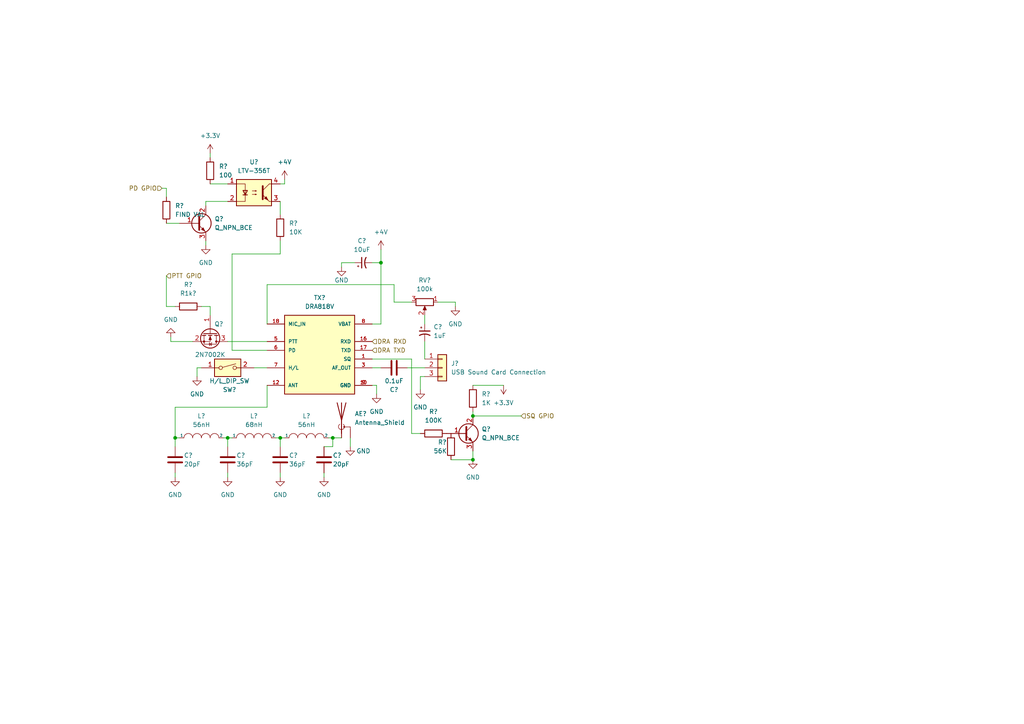
<source format=kicad_sch>
(kicad_sch (version 20211123) (generator eeschema)
  (paper "A4")
  (lib_symbols
    (symbol "Connector_Generic:Conn_01x03" (pin_names (offset 1.016) hide)
      (property "Reference" "J" (at 0 5.08 0))
      (property "Value" "Conn_01x03" (at 0 -5.08 0))
      (symbol "Conn_01x03_1_1"
        (rectangle (start -1.27 -2.413) (end 0 -2.667) (stroke (width 0.1524)))
        (rectangle (start -1.27 0.127) (end 0 -0.127) (stroke (width 0.1524)))
        (rectangle (start -1.27 2.667) (end 0 2.413) (stroke (width 0.1524)))
        (rectangle (start -1.27 3.81) (end 1.27 -3.81) (stroke (width 0.254)) (fill (type background)))
        (pin passive line (at -5.08 2.54 0) (length 3.81) (name "Pin_1") (number "1"))
        (pin passive line (at -5.08 0 0) (length 3.81) (name "Pin_2") (number "2"))
        (pin passive line (at -5.08 -2.54 0) (length 3.81) (name "Pin_3") (number "3"))
      )
    )
    (symbol "DRA818V:DRA818V" (pin_names (offset 1.016))
      (property "Reference" "U" (at -10.1661 13.2159 0))
      (property "Value" "DRA818V" (at -10.1663 -12.7078 0))
      (symbol "DRA818V_0_0"
        (rectangle (start -10.16 -10.16) (end 10.16 12.7) (stroke (width 0.254)) (fill (type background)))
        (pin output line (at 15.24 0 180) (length 5.08) (name "SQ") (number "1"))
        (pin power_in line (at 15.24 -7.62 180) (length 5.08) (name "GND") (number "10"))
        (pin passive line (at -15.24 -7.62 0) (length 5.08) (name "ANT") (number "12"))
        (pin input line (at 15.24 5.08 180) (length 5.08) (name "RXD") (number "16"))
        (pin output line (at 15.24 2.54 180) (length 5.08) (name "TXD") (number "17"))
        (pin input line (at -15.24 10.16 0) (length 5.08) (name "MIC_IN") (number "18"))
        (pin output line (at 15.24 -2.54 180) (length 5.08) (name "AF_OUT") (number "3"))
        (pin input line (at -15.24 5.08 0) (length 5.08) (name "PTT") (number "5"))
        (pin input line (at -15.24 2.54 0) (length 5.08) (name "PD") (number "6"))
        (pin input line (at -15.24 -2.54 0) (length 5.08) (name "H/L") (number "7"))
        (pin power_in line (at 15.24 10.16 180) (length 5.08) (name "VBAT") (number "8"))
        (pin power_in line (at 15.24 -7.62 180) (length 5.08) (name "GND") (number "9"))
      )
    )
    (symbol "Device:Antenna_Shield" (pin_numbers hide) (pin_names (offset 1.016) hide)
      (property "Reference" "AE" (at -1.905 4.445 0))
      (property "Value" "Antenna_Shield" (at -1.905 2.54 0))
      (symbol "Antenna_Shield_0_1"
        (arc (start -0.508 -1.143) (mid -0.8429 -2.1194) (end 0 -2.667))
        (arc (start 0 -2.667) (mid 0.7989 -2.1052) (end 0.508 -1.143))
        (polyline (pts (xy 0 -2.54) (xy 0 0)))
        (polyline (pts (xy 0 5.08) (xy 0 -3.81)) (stroke (width 0.254)))
        (polyline (pts (xy 0.762 -1.905) (xy 2.54 -1.905)))
        (polyline (pts (xy 2.54 -2.54) (xy 2.54 -1.905)))
        (polyline (pts (xy 1.27 5.08) (xy 0 0) (xy -1.27 5.08)) (stroke (width 0.254)))
        (circle (center 0.762 -1.905) (radius 0.1778) (fill (type outline)))
      )
      (symbol "Antenna_Shield_1_1"
        (pin input line (at 0 -5.08 90) (length 2.54) (name "A") (number "1"))
        (pin input line (at 2.54 -5.08 90) (length 2.54) (name "Shield") (number "2"))
      )
    )
    (symbol "Device:C" (pin_numbers hide) (pin_names (offset 0.254))
      (property "Reference" "C" (at 0.635 2.54 0))
      (property "Value" "C" (at 0.635 -2.54 0))
      (symbol "C_0_1"
        (polyline (pts (xy -2.032 -0.762) (xy 2.032 -0.762)) (stroke (width 0.508)))
        (polyline (pts (xy -2.032 0.762) (xy 2.032 0.762)) (stroke (width 0.508)))
      )
      (symbol "C_1_1"
        (pin passive line (at 0 3.81 270) (length 2.794) (name "~") (number "1"))
        (pin passive line (at 0 -3.81 90) (length 2.794) (name "~") (number "2"))
      )
    )
    (symbol "Device:C_Polarized_Small_US" (pin_numbers hide) (pin_names (offset 0.254) hide)
      (property "Reference" "C" (at 0.254 1.778 0))
      (property "Value" "C_Polarized_Small_US" (at 0.254 -2.032 0))
      (symbol "C_Polarized_Small_US_0_1"
        (polyline (pts (xy -1.524 0.508) (xy 1.524 0.508)) (stroke (width 0.3048)))
        (polyline (pts (xy -1.27 1.524) (xy -0.762 1.524)))
        (polyline (pts (xy -1.016 1.27) (xy -1.016 1.778)))
        (arc (start 1.524 -0.762) (mid 0 -0.3734) (end -1.524 -0.762) (stroke (width 0.3048)))
      )
      (symbol "C_Polarized_Small_US_1_1"
        (pin passive line (at 0 2.54 270) (length 2.032) (name "~") (number "1"))
        (pin passive line (at 0 -2.54 90) (length 2.032) (name "~") (number "2"))
      )
    )
    (symbol "Device:Q_NPN_BCE" (pin_names (offset 0) hide)
      (property "Reference" "Q" (at 5.08 1.27 0))
      (property "Value" "Q_NPN_BCE" (at 5.08 -1.27 0))
      (symbol "Q_NPN_BCE_0_1"
        (polyline (pts (xy 0.635 0.635) (xy 2.54 2.54)))
        (polyline (pts (xy 0.635 -0.635) (xy 2.54 -2.54) (xy 2.54 -2.54)))
        (polyline (pts (xy 0.635 1.905) (xy 0.635 -1.905) (xy 0.635 -1.905)) (stroke (width 0.508)))
        (polyline (pts (xy 1.27 -1.778) (xy 1.778 -1.27) (xy 2.286 -2.286) (xy 1.27 -1.778) (xy 1.27 -1.778)) (fill (type outline)))
        (circle (center 1.27 0) (radius 2.8194) (stroke (width 0.254)))
      )
      (symbol "Q_NPN_BCE_1_1"
        (pin input line (at -5.08 0 0) (length 5.715) (name "B") (number "1"))
        (pin passive line (at 2.54 5.08 270) (length 2.54) (name "C") (number "2"))
        (pin passive line (at 2.54 -5.08 90) (length 2.54) (name "E") (number "3"))
      )
    )
    (symbol "Device:R" (pin_numbers hide) (pin_names (offset 0))
      (property "Reference" "R" (at 2.032 0 90))
      (property "Value" "R" (at 0 0 90))
      (symbol "R_0_1"
        (rectangle (start -1.016 -2.54) (end 1.016 2.54) (stroke (width 0.254)))
      )
      (symbol "R_1_1"
        (pin passive line (at 0 3.81 270) (length 1.27) (name "~") (number "1"))
        (pin passive line (at 0 -3.81 90) (length 1.27) (name "~") (number "2"))
      )
    )
    (symbol "Device:R_Potentiometer" (pin_names (offset 1.016) hide)
      (property "Reference" "RV" (at -4.445 0 90))
      (property "Value" "R_Potentiometer" (at -2.54 0 90))
      (symbol "R_Potentiometer_0_1"
        (polyline (pts (xy 2.54 0) (xy 1.524 0)))
        (polyline (pts (xy 1.143 0) (xy 2.286 0.508) (xy 2.286 -0.508) (xy 1.143 0)) (fill (type outline)))
        (rectangle (start 1.016 2.54) (end -1.016 -2.54) (stroke (width 0.254)))
      )
      (symbol "R_Potentiometer_1_1"
        (pin passive line (at 0 3.81 270) (length 1.27) (name "1") (number "1"))
        (pin passive line (at 3.81 0 180) (length 1.27) (name "2") (number "2"))
        (pin passive line (at 0 -3.81 90) (length 1.27) (name "3") (number "3"))
      )
    )
    (symbol "Isolator:LTV-356T" (pin_names (offset 1.016))
      (property "Reference" "U" (at -5.334 4.826 0))
      (property "Value" "LTV-356T" (at 0 5.08 0))
      (symbol "LTV-356T_0_1"
        (rectangle (start -5.08 3.81) (end 5.08 -3.81) (stroke (width 0.254)) (fill (type background)))
        (polyline (pts (xy -3.175 -0.635) (xy -1.905 -0.635)) (stroke (width 0.254)))
        (polyline (pts (xy 2.54 0.635) (xy 4.445 2.54)))
        (polyline (pts (xy 4.445 -2.54) (xy 2.54 -0.635)) (fill (type outline)))
        (polyline (pts (xy 4.445 -2.54) (xy 5.08 -2.54)))
        (polyline (pts (xy 4.445 2.54) (xy 5.08 2.54)))
        (polyline (pts (xy -5.08 2.54) (xy -2.54 2.54) (xy -2.54 -0.762)))
        (polyline (pts (xy -2.54 -0.635) (xy -2.54 -2.54) (xy -5.08 -2.54)))
        (polyline (pts (xy 2.54 1.905) (xy 2.54 -1.905) (xy 2.54 -1.905)) (stroke (width 0.508)))
        (polyline (pts (xy -2.54 -0.635) (xy -3.175 0.635) (xy -1.905 0.635) (xy -2.54 -0.635)) (stroke (width 0.254)))
        (polyline (pts (xy -0.508 -0.508) (xy 0.762 -0.508) (xy 0.381 -0.635) (xy 0.381 -0.381) (xy 0.762 -0.508)))
        (polyline (pts (xy -0.508 0.508) (xy 0.762 0.508) (xy 0.381 0.381) (xy 0.381 0.635) (xy 0.762 0.508)))
        (polyline (pts (xy 3.048 -1.651) (xy 3.556 -1.143) (xy 4.064 -2.159) (xy 3.048 -1.651) (xy 3.048 -1.651)) (fill (type outline)))
      )
      (symbol "LTV-356T_1_1"
        (pin passive line (at -7.62 2.54 0) (length 2.54) (name "~") (number "1"))
        (pin passive line (at -7.62 -2.54 0) (length 2.54) (name "~") (number "2"))
        (pin passive line (at 7.62 -2.54 180) (length 2.54) (name "~") (number "3"))
        (pin passive line (at 7.62 2.54 180) (length 2.54) (name "~") (number "4"))
      )
    )
    (symbol "Switch:SW_DIP_x01" (pin_names (offset 0) hide)
      (property "Reference" "SW" (at 0 3.81 0))
      (property "Value" "SW_DIP_x01" (at 0 -3.81 0))
      (symbol "SW_DIP_x01_0_0"
        (circle (center -2.032 0) (radius 0.508))
        (polyline (pts (xy -1.524 0.127) (xy 2.3622 1.1684)))
        (circle (center 2.032 0) (radius 0.508))
      )
      (symbol "SW_DIP_x01_0_1"
        (rectangle (start -3.81 2.54) (end 3.81 -2.54) (stroke (width 0.254)) (fill (type background)))
      )
      (symbol "SW_DIP_x01_1_1"
        (pin passive line (at -7.62 0 0) (length 5.08) (name "~") (number "1"))
        (pin passive line (at 7.62 0 180) (length 5.08) (name "~") (number "2"))
      )
    )
    (symbol "Transistor_FET:2N7002K" (pin_names hide)
      (property "Reference" "Q" (at 5.08 1.905 0))
      (property "Value" "2N7002K" (at 5.08 0 0))
      (symbol "2N7002K_0_1"
        (polyline (pts (xy 0.254 0) (xy -2.54 0)))
        (polyline (pts (xy 0.254 1.905) (xy 0.254 -1.905)) (stroke (width 0.254)))
        (polyline (pts (xy 0.762 -1.27) (xy 0.762 -2.286)) (stroke (width 0.254)))
        (polyline (pts (xy 0.762 0.508) (xy 0.762 -0.508)) (stroke (width 0.254)))
        (polyline (pts (xy 0.762 2.286) (xy 0.762 1.27)) (stroke (width 0.254)))
        (polyline (pts (xy 2.54 2.54) (xy 2.54 1.778)))
        (polyline (pts (xy 2.54 -2.54) (xy 2.54 0) (xy 0.762 0)))
        (polyline (pts (xy 0.762 -1.778) (xy 3.302 -1.778) (xy 3.302 1.778) (xy 0.762 1.778)))
        (polyline (pts (xy 1.016 0) (xy 2.032 0.381) (xy 2.032 -0.381) (xy 1.016 0)) (fill (type outline)))
        (polyline (pts (xy 2.794 0.508) (xy 2.921 0.381) (xy 3.683 0.381) (xy 3.81 0.254)))
        (polyline (pts (xy 3.302 0.381) (xy 2.921 -0.254) (xy 3.683 -0.254) (xy 3.302 0.381)))
        (circle (center 1.651 0) (radius 2.794) (stroke (width 0.254)))
        (circle (center 2.54 -1.778) (radius 0.254) (fill (type outline)))
        (circle (center 2.54 1.778) (radius 0.254) (fill (type outline)))
      )
      (symbol "2N7002K_1_1"
        (pin input line (at -5.08 0 0) (length 2.54) (name "G") (number "1"))
        (pin passive line (at 2.54 -5.08 90) (length 2.54) (name "S") (number "2"))
        (pin passive line (at 2.54 5.08 270) (length 2.54) (name "D") (number "3"))
      )
    )
    (symbol "power:+3.3V" (power) (pin_names (offset 0))
      (property "Value" "+3.3V" (at 0 3.556 0))
      (symbol "+3.3V_0_1"
        (polyline (pts (xy -0.762 1.27) (xy 0 2.54)))
        (polyline (pts (xy 0 0) (xy 0 2.54)))
        (polyline (pts (xy 0 2.54) (xy 0.762 1.27)))
      )
      (symbol "+3.3V_1_1"
        (pin power_in line (at 0 0 90) (length 0) hide (name "+3.3V") (number "1"))
      )
    )
    (symbol "power:+4V" (power) (pin_names (offset 0))
      (property "Value" "+4V" (at 0 3.556 0))
      (symbol "+4V_0_1"
        (polyline (pts (xy -0.762 1.27) (xy 0 2.54)))
        (polyline (pts (xy 0 0) (xy 0 2.54)))
        (polyline (pts (xy 0 2.54) (xy 0.762 1.27)))
      )
      (symbol "+4V_1_1"
        (pin power_in line (at 0 0 90) (length 0) hide (name "+4V") (number "1"))
      )
    )
    (symbol "power:GND" (power) (pin_names (offset 0))
      (property "Value" "GND" (at 0 -3.81 0))
      (symbol "GND_0_1"
        (polyline (pts (xy 0 0) (xy 0 -1.27) (xy 1.27 -1.27) (xy 0 -2.54) (xy -1.27 -1.27) (xy 0 -1.27)))
      )
      (symbol "GND_1_1"
        (pin power_in line (at 0 0 270) (length 0) hide (name "GND") (number "1"))
      )
    )
    (symbol "pspice:INDUCTOR" (pin_numbers hide) (pin_names (offset 0))
      (property "Reference" "L" (at 0 2.54 0))
      (property "Value" "INDUCTOR" (at 0 -1.27 0))
      (symbol "INDUCTOR_0_1"
        (arc (start -2.54 0) (mid -3.81 1.27) (end -5.08 0))
        (arc (start 0 0) (mid -1.27 1.27) (end -2.54 0))
        (arc (start 2.54 0) (mid 1.27 1.27) (end 0 0))
        (arc (start 5.08 0) (mid 3.81 1.27) (end 2.54 0))
      )
      (symbol "INDUCTOR_1_1"
        (pin input line (at -6.35 0 0) (length 1.27) (name "1") (number "1"))
        (pin input line (at 6.35 0 180) (length 1.27) (name "2") (number "2"))
      )
    )
  )
  (junction (at 137.16 133.35))
  (junction (at 137.16 120.65))
  (junction (at 110.49 76.2))
  (junction (at 66.04 127))
  (junction (at 50.8 127))
  (junction (at 96.52 127))
  (junction (at 81.28 127))
  (wire (pts (xy 81.28 69.85) (xy 81.28 73.66)))
  (wire (pts (xy 130.81 133.35) (xy 137.16 133.35)))
  (wire (pts (xy 99.06 76.2) (xy 102.87 76.2)))
  (wire (pts (xy 107.95 76.2) (xy 110.49 76.2)))
  (wire (pts (xy 81.28 137.16) (xy 81.28 138.43)))
  (wire (pts (xy 118.11 106.68) (xy 123.19 106.68)))
  (wire (pts (xy 81.28 53.34) (xy 82.55 53.34)))
  (wire (pts (xy 96.52 127) (xy 99.06 127)))
  (wire (pts (xy 64.77 127) (xy 66.04 127)))
  (wire (pts (xy 132.08 87.63) (xy 132.08 88.9)))
  (wire (pts (xy 59.69 58.42) (xy 66.04 58.42)))
  (wire (pts (xy 59.69 59.69) (xy 59.69 58.42)))
  (wire (pts (xy 58.42 106.68) (xy 57.15 106.68)))
  (wire (pts (xy 66.04 137.16) (xy 66.04 138.43)))
  (wire (pts (xy 81.28 73.66) (xy 67.31 73.66)))
  (wire (pts (xy 57.15 106.68) (xy 57.15 109.22)))
  (wire (pts (xy 67.31 73.66) (xy 67.31 101.6)))
  (wire (pts (xy 119.38 87.63) (xy 114.3 87.63)))
  (wire (pts (xy 77.47 118.11) (xy 77.47 111.76)))
  (wire (pts (xy 58.42 88.9) (xy 60.96 88.9)))
  (wire (pts (xy 82.55 53.34) (xy 82.55 52.07)))
  (wire (pts (xy 81.28 127) (xy 81.28 129.54)))
  (wire (pts (xy 77.47 82.55) (xy 77.47 93.98)))
  (wire (pts (xy 123.19 91.44) (xy 123.19 93.98)))
  (wire (pts (xy 48.26 64.77) (xy 52.07 64.77)))
  (wire (pts (xy 137.16 120.65) (xy 151.13 120.65)))
  (wire (pts (xy 50.8 137.16) (xy 50.8 138.43)))
  (wire (pts (xy 123.19 109.22) (xy 121.92 109.22)))
  (wire (pts (xy 66.04 127) (xy 66.04 129.54)))
  (wire (pts (xy 137.16 111.76) (xy 146.05 111.76)))
  (wire (pts (xy 50.8 118.11) (xy 77.47 118.11)))
  (wire (pts (xy 109.22 111.76) (xy 109.22 114.3)))
  (wire (pts (xy 60.96 88.9) (xy 60.96 91.44)))
  (wire (pts (xy 96.52 127) (xy 96.52 129.54)))
  (wire (pts (xy 49.53 99.06) (xy 55.88 99.06)))
  (wire (pts (xy 114.3 87.63) (xy 114.3 82.55)))
  (wire (pts (xy 119.38 104.14) (xy 119.38 125.73)))
  (wire (pts (xy 93.98 129.54) (xy 96.52 129.54)))
  (wire (pts (xy 99.06 77.47) (xy 99.06 76.2)))
  (wire (pts (xy 50.8 127) (xy 50.8 118.11)))
  (wire (pts (xy 101.6 127) (xy 101.6 129.54)))
  (wire (pts (xy 93.98 137.16) (xy 93.98 138.43)))
  (wire (pts (xy 121.92 109.22) (xy 121.92 113.03)))
  (wire (pts (xy 95.25 127) (xy 96.52 127)))
  (wire (pts (xy 123.19 99.06) (xy 123.19 104.14)))
  (wire (pts (xy 80.01 127) (xy 81.28 127)))
  (wire (pts (xy 50.8 127) (xy 52.07 127)))
  (wire (pts (xy 60.96 53.34) (xy 66.04 53.34)))
  (wire (pts (xy 137.16 119.38) (xy 137.16 120.65)))
  (wire (pts (xy 66.04 127) (xy 67.31 127)))
  (wire (pts (xy 110.49 93.98) (xy 110.49 76.2)))
  (wire (pts (xy 49.53 99.06) (xy 49.53 97.79)))
  (wire (pts (xy 50.8 129.54) (xy 50.8 127)))
  (wire (pts (xy 107.95 111.76) (xy 109.22 111.76)))
  (wire (pts (xy 48.26 80.01) (xy 48.26 88.9)))
  (wire (pts (xy 60.96 44.45) (xy 60.96 45.72)))
  (wire (pts (xy 137.16 133.35) (xy 137.16 130.81)))
  (wire (pts (xy 107.95 93.98) (xy 110.49 93.98)))
  (wire (pts (xy 48.26 88.9) (xy 50.8 88.9)))
  (wire (pts (xy 81.28 58.42) (xy 81.28 62.23)))
  (wire (pts (xy 114.3 82.55) (xy 77.47 82.55)))
  (wire (pts (xy 59.69 69.85) (xy 59.69 71.12)))
  (wire (pts (xy 48.26 54.61) (xy 46.99 54.61)))
  (wire (pts (xy 110.49 76.2) (xy 110.49 72.39)))
  (wire (pts (xy 107.95 104.14) (xy 119.38 104.14)))
  (wire (pts (xy 67.31 101.6) (xy 77.47 101.6)))
  (wire (pts (xy 48.26 57.15) (xy 48.26 54.61)))
  (wire (pts (xy 81.28 127) (xy 82.55 127)))
  (wire (pts (xy 119.38 125.73) (xy 121.92 125.73)))
  (wire (pts (xy 66.04 99.06) (xy 77.47 99.06)))
  (wire (pts (xy 127 87.63) (xy 132.08 87.63)))
  (wire (pts (xy 107.95 106.68) (xy 110.49 106.68)))
  (wire (pts (xy 73.66 106.68) (xy 77.47 106.68)))
  (hierarchical_label "DRA TXD" (shape input) (at 107.95 101.6 0))
  (hierarchical_label "PD GPIO" (shape input) (at 46.99 54.61 180))
  (hierarchical_label "DRA RXD" (shape input) (at 107.95 99.06 0))
  (hierarchical_label "SQ GPIO" (shape input) (at 151.13 120.65 0))
  (hierarchical_label "PTT GPIO" (shape input) (at 48.26 80.01 0))
  (symbol (lib_id "Device:R") (at 137.16 115.57 0) (unit 1)
    (property "Reference" "R?" (at 139.7 114.2999 0) (effects (justify left)))
    (property "Value" "1K" (at 139.7 116.8399 0) (effects (justify left)))
  )
  (symbol (lib_id "power:+3.3V") (at 60.96 44.45 0) (unit 1)
    (property "Reference" "#PWR?" (effects hide))
    (property "Value" "+3.3V" (at 60.96 39.37 0))
  )
  (symbol (lib_id "pspice:INDUCTOR") (at 73.66 127 0) (unit 1)
    (property "Reference" "L?" (at 73.66 120.65 0))
    (property "Value" "68nH" (at 73.66 123.19 0))
  )
  (symbol (lib_id "power:GND") (at 93.98 138.43 0) (unit 1)
    (property "Reference" "#PWR?" (effects hide))
    (property "Value" "GND" (at 93.98 143.51 0))
  )
  (symbol (lib_id "pspice:INDUCTOR") (at 88.9 127 0) (unit 1)
    (property "Reference" "L?" (at 88.9 120.65 0))
    (property "Value" "56nH" (at 88.9 123.19 0))
  )
  (symbol (lib_id "power:GND") (at 132.08 88.9 0) (unit 1)
    (property "Reference" "#PWR?" (effects hide))
    (property "Value" "GND" (at 132.08 93.98 0))
  )
  (symbol (lib_id "Device:C") (at 114.3 106.68 90) (unit 1)
    (property "Reference" "C?" (at 114.3 113.03 90))
    (property "Value" "0.1uF" (at 114.3 110.49 90))
  )
  (symbol (lib_id "power:GND") (at 137.16 133.35 0) (unit 1)
    (property "Reference" "#PWR?" (effects hide))
    (property "Value" "GND" (at 137.16 138.43 0))
  )
  (symbol (lib_id "Device:C_Polarized_Small_US") (at 105.41 76.2 90) (unit 1)
    (property "Reference" "C?" (at 104.9782 69.85 90))
    (property "Value" "10uF" (at 104.9782 72.39 90))
  )
  (symbol (lib_id "power:GND") (at 81.28 138.43 0) (unit 1)
    (property "Reference" "#PWR?" (effects hide))
    (property "Value" "GND" (at 81.28 143.51 0))
  )
  (symbol (lib_id "Connector_Generic:Conn_01x03") (at 128.27 106.68 0) (unit 1)
    (property "Reference" "J?" (at 130.81 105.4099 0) (effects (justify left)))
    (property "Value" "USB Sound Card Connection" (at 130.81 107.9499 0) (effects (justify left)))
  )
  (symbol (lib_id "power:GND") (at 101.6 129.54 0) (unit 1)
    (property "Reference" "#PWR?" (effects hide))
    (property "Value" "GND" (at 105.41 130.81 0))
  )
  (symbol (lib_id "power:GND") (at 50.8 138.43 0) (unit 1)
    (property "Reference" "#PWR?" (effects hide))
    (property "Value" "GND" (at 50.8 143.51 0))
  )
  (symbol (lib_id "Device:R") (at 125.73 125.73 90) (unit 1)
    (property "Reference" "R?" (at 125.73 119.38 90))
    (property "Value" "100K" (at 125.73 121.92 90))
  )
  (symbol (lib_id "Device:C") (at 81.28 133.35 0) (unit 1)
    (property "Reference" "C?" (at 83.82 132.08 0) (effects (justify left)))
    (property "Value" "36pF" (at 83.82 134.62 0) (effects (justify left)))
  )
  (symbol (lib_id "Isolator:LTV-356T") (at 73.66 55.88 0) (unit 1)
    (property "Reference" "U?" (at 73.66 46.99 0))
    (property "Value" "LTV-356T" (at 73.66 49.53 0))
    (property "Footprint" "Package_SO:SO-4_4.4x3.6mm_P2.54mm" (effects hide))
    (property "Datasheet" "http://optoelectronics.liteon.com/upload/download/DS70-2001-010/S_110_LTV-356T%2020140520.pdf" (effects hide))
    (property "Input" "1.2V @ 20" (effects hide))
  )
  (symbol (lib_id "power:GND") (at 121.92 113.03 0) (unit 1)
    (property "Reference" "#PWR?" (effects hide))
    (property "Value" "GND" (at 121.92 118.11 0))
  )
  (symbol (lib_id "Device:R") (at 60.96 49.53 0) (unit 1)
    (property "Reference" "R?" (at 63.5 48.2599 0) (effects (justify left)))
    (property "Value" "100" (at 63.5 50.7999 0) (effects (justify left)))
    (property "Min Wat" "0.036" (effects hide))
  )
  (symbol (lib_id "Device:C") (at 50.8 133.35 0) (unit 1)
    (property "Reference" "C?" (at 53.34 132.08 0) (effects (justify left)))
    (property "Value" "20pF" (at 53.34 134.62 0) (effects (justify left)))
  )
  (symbol (lib_id "Device:C") (at 93.98 133.35 0) (unit 1)
    (property "Reference" "C?" (at 96.52 132.08 0) (effects (justify left)))
    (property "Value" "20pF" (at 96.52 134.62 0) (effects (justify left)))
  )
  (symbol (lib_id "Device:R_Potentiometer") (at 123.19 87.63 270) (unit 1)
    (property "Reference" "RV?" (at 123.19 81.28 90))
    (property "Value" "100k" (at 123.19 83.82 90))
  )
  (symbol (lib_id "power:GND") (at 109.22 114.3 0) (unit 1)
    (property "Reference" "#PWR?" (effects hide))
    (property "Value" "GND" (at 109.22 119.38 0))
  )
  (symbol (lib_id "Device:Antenna_Shield") (at 99.06 121.92 0) (unit 1)
    (property "Reference" "AE?" (at 102.87 120.0149 0) (effects (justify left)))
    (property "Value" "Antenna_Shield" (at 102.87 122.5549 0) (effects (justify left)))
  )
  (symbol (lib_id "Switch:SW_DIP_x01") (at 66.04 106.68 0) (unit 1)
    (property "Reference" "SW?" (at 68.58 113.03 0) (effects (justify right)))
    (property "Value" "H/L_DIP_SW" (at 72.39 110.49 0) (effects (justify right)))
  )
  (symbol (lib_id "Device:R") (at 81.28 66.04 0) (unit 1)
    (property "Reference" "R?" (at 83.82 64.7699 0) (effects (justify left)))
    (property "Value" "10K" (at 83.82 67.3099 0) (effects (justify left)))
  )
  (symbol (lib_id "power:GND") (at 59.69 71.12 0) (unit 1)
    (property "Reference" "#PWR?" (effects hide))
    (property "Value" "GND" (at 59.69 76.2 0))
  )
  (symbol (lib_id "Device:R") (at 48.26 60.96 180) (unit 1)
    (property "Reference" "R?" (at 50.8 59.6899 0) (effects (justify right)))
    (property "Value" "FIND VAL" (at 50.8 62.2299 0) (effects (justify right)))
  )
  (symbol (lib_id "Transistor_FET:2N7002K") (at 60.96 96.52 270) (unit 1)
    (property "Reference" "Q?" (at 63.5 93.98 90))
    (property "Value" "2N7002K" (at 60.96 102.87 90))
    (property "Footprint" "Package_TO_SOT_SMD:SOT-23" (effects hide))
    (property "Datasheet" "https://www.diodes.com/assets/Datasheets/ds30896.pdf" (effects hide))
  )
  (symbol (lib_id "power:+4V") (at 82.55 52.07 0) (unit 1)
    (property "Reference" "#PWR?" (effects hide))
    (property "Value" "+4V" (at 82.55 46.99 0))
  )
  (symbol (lib_id "Device:Q_NPN_BCE") (at 57.15 64.77 0) (unit 1)
    (property "Reference" "Q?" (at 62.23 63.4999 0) (effects (justify left)))
    (property "Value" "Q_NPN_BCE" (at 62.23 66.0399 0) (effects (justify left)))
  )
  (symbol (lib_id "Device:C_Polarized_Small_US") (at 123.19 96.52 0) (unit 1)
    (property "Reference" "C?" (at 125.73 94.8181 0) (effects (justify left)))
    (property "Value" "1uF" (at 125.73 97.3581 0) (effects (justify left)))
  )
  (symbol (lib_id "power:GND") (at 57.15 109.22 0) (unit 1)
    (property "Reference" "#PWR?" (effects hide))
    (property "Value" "GND" (at 57.15 114.3 0))
  )
  (symbol (lib_id "Device:C") (at 66.04 133.35 0) (unit 1)
    (property "Reference" "C?" (at 68.58 132.08 0) (effects (justify left)))
    (property "Value" "36pF" (at 68.58 134.62 0) (effects (justify left)))
  )
  (symbol (lib_id "DRA818V:DRA818V") (at 92.71 104.14 0) (unit 1)
    (property "Reference" "TX?" (at 92.71 86.36 0))
    (property "Value" "DRA818V" (at 92.71 88.9 0))
    (property "Footprint" "DORJI_DRA818V" (effects hide))
    (property "MANUFACTURER" "DORJI" (effects hide))
    (property "STANDARD" "MANUFACTURER RECOMMENDATIONS" (effects hide))
    (property "PART_REV" "1.23" (effects hide))
  )
  (symbol (lib_id "Device:Q_NPN_BCE") (at 134.62 125.73 0) (unit 1)
    (property "Reference" "Q?" (at 139.7 124.4599 0) (effects (justify left)))
    (property "Value" "Q_NPN_BCE" (at 139.7 126.9999 0) (effects (justify left)))
  )
  (symbol (lib_id "power:+4V") (at 110.49 72.39 0) (unit 1)
    (property "Reference" "#PWR?" (effects hide))
    (property "Value" "+4V" (at 110.49 67.31 0))
  )
  (symbol (lib_id "power:+3.3V") (at 146.05 111.76 180) (unit 1)
    (property "Reference" "#PWR?" (effects hide))
    (property "Value" "+3.3V" (at 146.05 116.84 0))
  )
  (symbol (lib_id "Device:R") (at 130.81 129.54 0) (unit 1)
    (property "Reference" "R?" (at 127 128.27 0) (effects (justify left)))
    (property "Value" "56K" (at 125.73 130.81 0) (effects (justify left)))
  )
  (symbol (lib_id "power:GND") (at 49.53 97.79 180) (unit 1)
    (property "Reference" "#PWR?" (effects hide))
    (property "Value" "GND" (at 49.53 92.71 0))
  )
  (symbol (lib_id "pspice:INDUCTOR") (at 58.42 127 0) (unit 1)
    (property "Reference" "L?" (at 58.42 120.65 0))
    (property "Value" "56nH" (at 58.42 123.19 0))
  )
  (symbol (lib_id "Device:R") (at 54.61 88.9 90) (unit 1)
    (property "Reference" "R?" (at 54.61 82.55 90))
    (property "Value" "R1k?" (at 54.61 85.09 90))
    (property "Field4" "http://www.diygoodies.org.ua/wp-content/uploads/2017/11/Schematics.jpg" (effects hide))
  )
  (symbol (lib_id "power:GND") (at 66.04 138.43 0) (unit 1)
    (property "Reference" "#PWR?" (effects hide))
    (property "Value" "GND" (at 66.04 143.51 0))
  )
  (symbol (lib_id "power:GND") (at 99.06 77.47 0) (unit 1)
    (property "Reference" "#PWR?" (effects hide))
    (property "Value" "GND" (at 99.06 81.28 0))
  )
)
</source>
